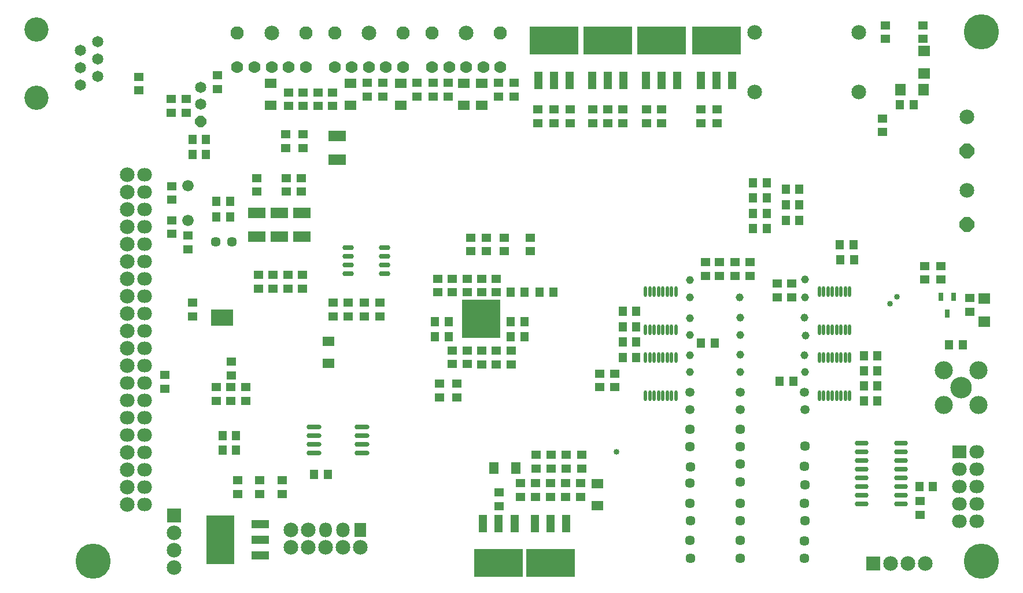
<source format=gbs>
G04*
G04 #@! TF.GenerationSoftware,Altium Limited,Altium Designer,21.0.9 (235)*
G04*
G04 Layer_Color=16711935*
%FSLAX44Y44*%
%MOMM*%
G71*
G04*
G04 #@! TF.SameCoordinates,C1ABCA66-1B08-466E-831C-B71B208AD3D8*
G04*
G04*
G04 #@! TF.FilePolarity,Negative*
G04*
G01*
G75*
%ADD24R,2.5500X1.5500*%
%ADD25R,1.4000X1.1500*%
%ADD30R,1.1500X1.4000*%
%ADD31O,2.0000X0.7500*%
%ADD34R,2.1500X2.1500*%
%ADD52R,0.7500X1.1500*%
%ADD54R,1.7500X1.3500*%
%ADD58C,1.6500*%
%ADD59C,2.1500*%
%ADD60P,2.3272X8X112.5*%
%ADD61R,1.7500X2.1500*%
%ADD62O,1.9500X2.1500*%
%ADD63O,1.8500X2.1500*%
%ADD64C,0.8500*%
%ADD65R,2.1500X2.1500*%
%ADD66C,3.1500*%
%ADD67C,2.6500*%
%ADD68O,2.1500X1.9500*%
%ADD69P,1.7860X8X112.5*%
%ADD70R,2.1500X1.9500*%
%ADD71C,1.6740*%
%ADD72C,5.1500*%
%ADD73C,1.4500*%
%ADD74C,1.7740*%
%ADD75C,1.9500*%
%ADD76C,3.5500*%
%ADD77C,1.3500*%
%ADD78C,1.1500*%
%ADD79C,0.6500*%
%ADD80C,4.1500*%
%ADD158R,3.2750X2.3750*%
%ADD159R,1.1500X2.5500*%
%ADD160R,7.1500X4.1500*%
G04:AMPARAMS|DCode=161|XSize=1.7mm|YSize=0.75mm|CornerRadius=0.375mm|HoleSize=0mm|Usage=FLASHONLY|Rotation=0.000|XOffset=0mm|YOffset=0mm|HoleType=Round|Shape=RoundedRectangle|*
%AMROUNDEDRECTD161*
21,1,1.7000,0.0000,0,0,0.0*
21,1,0.9500,0.7500,0,0,0.0*
1,1,0.7500,0.4750,0.0000*
1,1,0.7500,-0.4750,0.0000*
1,1,0.7500,-0.4750,0.0000*
1,1,0.7500,0.4750,0.0000*
%
%ADD161ROUNDEDRECTD161*%
%ADD162O,2.1500X0.7500*%
%ADD163O,0.5000X1.5500*%
%ADD164R,1.7000X1.5000*%
%ADD165R,1.5000X1.7000*%
%ADD166R,1.3500X1.7500*%
%ADD167R,4.1500X7.1500*%
%ADD168R,2.5500X1.1500*%
%ADD169R,5.6500X5.6500*%
D24*
X466750Y-182500D02*
D03*
Y-217500D02*
D03*
X349000Y-295000D02*
D03*
Y-330000D02*
D03*
X382000D02*
D03*
Y-295000D02*
D03*
X415250Y-330000D02*
D03*
Y-295000D02*
D03*
D25*
X248250Y-328500D02*
D03*
Y-348500D02*
D03*
X417417Y-180000D02*
D03*
Y-200000D02*
D03*
X642750Y-565000D02*
D03*
Y-545000D02*
D03*
X711750Y-331250D02*
D03*
Y-351250D02*
D03*
X290250Y-550000D02*
D03*
Y-570000D02*
D03*
X333000D02*
D03*
Y-550000D02*
D03*
X749500Y-351250D02*
D03*
Y-331250D02*
D03*
X617000Y-545000D02*
D03*
Y-565000D02*
D03*
X312000Y-532750D02*
D03*
Y-512750D02*
D03*
X311625Y-570000D02*
D03*
Y-550000D02*
D03*
X873500Y-530250D02*
D03*
Y-550250D02*
D03*
X851500Y-530250D02*
D03*
Y-550250D02*
D03*
X255500Y-426750D02*
D03*
Y-446750D02*
D03*
X215000Y-552500D02*
D03*
Y-532500D02*
D03*
X224500Y-148500D02*
D03*
Y-128500D02*
D03*
X246000Y-148500D02*
D03*
Y-128500D02*
D03*
X1393500Y-440000D02*
D03*
Y-420000D02*
D03*
X1327500Y-372750D02*
D03*
Y-392750D02*
D03*
X176480Y-116000D02*
D03*
Y-96000D02*
D03*
X1320250Y-716750D02*
D03*
Y-736750D02*
D03*
X1351000Y-372750D02*
D03*
Y-392750D02*
D03*
X841000Y-163750D02*
D03*
Y-143750D02*
D03*
X863250Y-163750D02*
D03*
Y-143750D02*
D03*
X1006000Y-387250D02*
D03*
Y-367250D02*
D03*
X1027000Y-387250D02*
D03*
Y-367250D02*
D03*
X1050000Y-387250D02*
D03*
Y-367250D02*
D03*
X1111000Y-398750D02*
D03*
Y-418750D02*
D03*
X1071250Y-367250D02*
D03*
Y-387250D02*
D03*
X1132750Y-398750D02*
D03*
Y-418750D02*
D03*
X1265750Y-177000D02*
D03*
Y-157000D02*
D03*
X1270000Y-20500D02*
D03*
Y-40500D02*
D03*
X1325000Y-20500D02*
D03*
Y-40500D02*
D03*
X635687Y-496250D02*
D03*
Y-516250D02*
D03*
X292000Y-93750D02*
D03*
Y-113750D02*
D03*
X1000000Y-163750D02*
D03*
Y-143750D02*
D03*
X1023000D02*
D03*
Y-163750D02*
D03*
X779375Y-710500D02*
D03*
Y-690500D02*
D03*
X780250Y-669250D02*
D03*
Y-649250D02*
D03*
X758250D02*
D03*
Y-669250D02*
D03*
X802250Y-649250D02*
D03*
Y-669250D02*
D03*
X825250D02*
D03*
Y-649250D02*
D03*
X801438Y-690500D02*
D03*
Y-710500D02*
D03*
X823500Y-690500D02*
D03*
Y-710500D02*
D03*
X735500Y-690500D02*
D03*
Y-710500D02*
D03*
X757312Y-690500D02*
D03*
Y-710500D02*
D03*
X703750Y-724000D02*
D03*
Y-704000D02*
D03*
X920111Y-143750D02*
D03*
Y-163750D02*
D03*
X942361D02*
D03*
Y-143750D02*
D03*
X685750Y-351250D02*
D03*
Y-331250D02*
D03*
X657500Y-391500D02*
D03*
Y-411500D02*
D03*
X386250Y-706250D02*
D03*
Y-686250D02*
D03*
X678562Y-516750D02*
D03*
Y-496750D02*
D03*
X321500Y-706250D02*
D03*
Y-686250D02*
D03*
X529750Y-426750D02*
D03*
Y-446750D02*
D03*
X506750Y-426750D02*
D03*
Y-446750D02*
D03*
X351750Y-405750D02*
D03*
Y-385750D02*
D03*
X394917Y-405750D02*
D03*
Y-385750D02*
D03*
X416500Y-405750D02*
D03*
Y-385750D02*
D03*
X349000Y-264250D02*
D03*
Y-244250D02*
D03*
X396000Y-118750D02*
D03*
Y-138750D02*
D03*
X417417Y-118750D02*
D03*
Y-138750D02*
D03*
X438833Y-118750D02*
D03*
Y-138750D02*
D03*
X460250Y-118750D02*
D03*
Y-138750D02*
D03*
X511250Y-124750D02*
D03*
Y-104750D02*
D03*
X533750Y-124750D02*
D03*
Y-104750D02*
D03*
X607500Y-104750D02*
D03*
Y-124750D02*
D03*
X629500D02*
D03*
Y-104750D02*
D03*
X703000D02*
D03*
Y-124750D02*
D03*
X726000D02*
D03*
Y-104750D02*
D03*
X784500Y-143750D02*
D03*
Y-163750D02*
D03*
X760625Y-143750D02*
D03*
Y-163750D02*
D03*
X635687Y-391500D02*
D03*
Y-411500D02*
D03*
X678562Y-391500D02*
D03*
Y-411500D02*
D03*
X700000Y-391500D02*
D03*
Y-411500D02*
D03*
X808375Y-143750D02*
D03*
Y-163750D02*
D03*
X614250Y-391500D02*
D03*
Y-411500D02*
D03*
X885750Y-143750D02*
D03*
Y-163750D02*
D03*
X657500Y-516250D02*
D03*
Y-496250D02*
D03*
X721750Y-516750D02*
D03*
Y-496750D02*
D03*
X700000Y-516750D02*
D03*
Y-496750D02*
D03*
X353500Y-706250D02*
D03*
Y-686250D02*
D03*
X662500Y-351250D02*
D03*
Y-331250D02*
D03*
X461250Y-426750D02*
D03*
Y-446750D02*
D03*
X373333Y-405750D02*
D03*
Y-385750D02*
D03*
X483250Y-426750D02*
D03*
Y-446750D02*
D03*
X584000Y-124750D02*
D03*
Y-104750D02*
D03*
X392250Y-244250D02*
D03*
Y-264250D02*
D03*
X414500Y-244250D02*
D03*
Y-264250D02*
D03*
X391500Y-200000D02*
D03*
Y-180000D02*
D03*
X224750Y-256000D02*
D03*
Y-276000D02*
D03*
X224750Y-306000D02*
D03*
Y-326000D02*
D03*
D30*
X275250Y-210000D02*
D03*
X255250D02*
D03*
X275250Y-187500D02*
D03*
X255250D02*
D03*
X319250Y-642500D02*
D03*
X299250D02*
D03*
X783500Y-410750D02*
D03*
X763500D02*
D03*
X1203750Y-363500D02*
D03*
X1223750D02*
D03*
X1203250Y-341500D02*
D03*
X1223250D02*
D03*
X319250Y-621250D02*
D03*
X299250D02*
D03*
X1363250Y-488500D02*
D03*
X1383250D02*
D03*
X1319500Y-695250D02*
D03*
X1339500D02*
D03*
X885000Y-506750D02*
D03*
X905000D02*
D03*
X885000Y-484167D02*
D03*
X905000D02*
D03*
Y-461583D02*
D03*
X885000D02*
D03*
Y-439000D02*
D03*
X905000D02*
D03*
X1114750Y-541500D02*
D03*
X1134750D02*
D03*
X1019750Y-486000D02*
D03*
X999750D02*
D03*
X1258250Y-526417D02*
D03*
X1238250D02*
D03*
Y-570250D02*
D03*
X1258250D02*
D03*
X1238250Y-504500D02*
D03*
X1258250D02*
D03*
X1238250Y-548333D02*
D03*
X1258250D02*
D03*
X1291250Y-137000D02*
D03*
X1311250D02*
D03*
X1123750Y-306329D02*
D03*
X1143750D02*
D03*
X1123750Y-260162D02*
D03*
X1143750D02*
D03*
X1123750Y-283412D02*
D03*
X1143750D02*
D03*
X310500Y-278250D02*
D03*
X290500D02*
D03*
X433250Y-677500D02*
D03*
X453250D02*
D03*
X1096000Y-295778D02*
D03*
X1076000D02*
D03*
Y-273305D02*
D03*
X1096000D02*
D03*
X1076000Y-318250D02*
D03*
X1096000D02*
D03*
X1076000Y-250833D02*
D03*
X1096000D02*
D03*
X741500Y-454250D02*
D03*
X721500D02*
D03*
X610500D02*
D03*
X630500D02*
D03*
X741500Y-410750D02*
D03*
X721500D02*
D03*
X610500Y-476250D02*
D03*
X630500D02*
D03*
X741250D02*
D03*
X721250D02*
D03*
X290500Y-301250D02*
D03*
X310500D02*
D03*
D31*
X1293000Y-632520D02*
D03*
Y-645220D02*
D03*
Y-657920D02*
D03*
Y-670620D02*
D03*
Y-683320D02*
D03*
Y-696020D02*
D03*
Y-708720D02*
D03*
Y-721420D02*
D03*
X1235000Y-632520D02*
D03*
Y-645220D02*
D03*
Y-657920D02*
D03*
Y-670620D02*
D03*
Y-683320D02*
D03*
Y-696020D02*
D03*
Y-708720D02*
D03*
Y-721420D02*
D03*
D34*
X228000Y-737900D02*
D03*
D52*
X1350990Y-418250D02*
D03*
X1369990D02*
D03*
X1360490Y-442250D02*
D03*
D54*
X454250Y-515250D02*
D03*
Y-483250D02*
D03*
X847750Y-723250D02*
D03*
Y-691250D02*
D03*
X369750Y-137750D02*
D03*
Y-105750D02*
D03*
X486500Y-105750D02*
D03*
Y-137750D02*
D03*
X560000Y-105750D02*
D03*
Y-137750D02*
D03*
X652750Y-137750D02*
D03*
Y-105750D02*
D03*
X678500Y-137750D02*
D03*
Y-105750D02*
D03*
D58*
X116400Y-44650D02*
D03*
X91000Y-57350D02*
D03*
X116400Y-70050D02*
D03*
X91000Y-82750D02*
D03*
X116400Y-95450D02*
D03*
X91000Y-108150D02*
D03*
X267370Y-136220D02*
D03*
Y-111220D02*
D03*
D59*
X1230500Y-118250D02*
D03*
Y-31250D02*
D03*
X1078000D02*
D03*
Y-118250D02*
D03*
X1389250Y-262250D02*
D03*
X399450Y-784700D02*
D03*
X450250D02*
D03*
X424850D02*
D03*
X399450Y-759300D02*
D03*
X424850D02*
D03*
X501050Y-784700D02*
D03*
X475650D02*
D03*
X1302380Y-808000D02*
D03*
X1276980D02*
D03*
X1327780D02*
D03*
X160000Y-239200D02*
D03*
Y-264600D02*
D03*
Y-290000D02*
D03*
Y-315500D02*
D03*
Y-340900D02*
D03*
Y-366300D02*
D03*
Y-391700D02*
D03*
Y-417200D02*
D03*
Y-442600D02*
D03*
Y-468000D02*
D03*
Y-493441D02*
D03*
Y-518600D02*
D03*
Y-645600D02*
D03*
Y-671000D02*
D03*
Y-696400D02*
D03*
Y-721800D02*
D03*
X1388750Y-154250D02*
D03*
X228000Y-814100D02*
D03*
Y-763300D02*
D03*
Y-788700D02*
D03*
X656000Y-32000D02*
D03*
X371000D02*
D03*
X513500D02*
D03*
D60*
X1389250Y-312250D02*
D03*
X1388750Y-204250D02*
D03*
D61*
X501050Y-759300D02*
D03*
D62*
X475650D02*
D03*
D63*
X450250D02*
D03*
D64*
X1276500Y-428000D02*
D03*
X1286500Y-418000D02*
D03*
X876250Y-645000D02*
D03*
D65*
X1251580Y-808000D02*
D03*
D66*
X1380250Y-551250D02*
D03*
D67*
X1405650Y-525850D02*
D03*
Y-576650D02*
D03*
X1354850D02*
D03*
Y-525850D02*
D03*
D68*
X185400Y-239200D02*
D03*
Y-264600D02*
D03*
Y-290100D02*
D03*
Y-315400D02*
D03*
Y-340900D02*
D03*
Y-366200D02*
D03*
Y-391600D02*
D03*
Y-417000D02*
D03*
Y-442400D02*
D03*
Y-468000D02*
D03*
X160000Y-544000D02*
D03*
Y-569400D02*
D03*
Y-594800D02*
D03*
Y-620200D02*
D03*
X185400Y-493200D02*
D03*
Y-518600D02*
D03*
Y-544000D02*
D03*
Y-569400D02*
D03*
Y-594800D02*
D03*
Y-620200D02*
D03*
Y-645600D02*
D03*
Y-671000D02*
D03*
Y-696400D02*
D03*
Y-721800D02*
D03*
X1377800Y-695750D02*
D03*
X1403200Y-670350D02*
D03*
X1377800D02*
D03*
X1403200Y-644950D02*
D03*
X1377800Y-721150D02*
D03*
Y-746550D02*
D03*
X1403200Y-721150D02*
D03*
Y-695750D02*
D03*
Y-746550D02*
D03*
D69*
X267370Y-161220D02*
D03*
D70*
X1377800Y-644950D02*
D03*
D71*
X248250Y-306250D02*
D03*
X248250Y-255751D02*
D03*
D72*
X1410000Y-30000D02*
D03*
Y-805000D02*
D03*
X110000D02*
D03*
D73*
X313000Y-337250D02*
D03*
X289250D02*
D03*
X1151429Y-666171D02*
D03*
Y-720546D02*
D03*
Y-774921D02*
D03*
X1057000Y-800250D02*
D03*
Y-774750D02*
D03*
Y-745875D02*
D03*
Y-720375D02*
D03*
Y-688500D02*
D03*
Y-663000D02*
D03*
Y-637125D02*
D03*
Y-611625D02*
D03*
X983250D02*
D03*
X984250Y-667000D02*
D03*
X983375Y-720500D02*
D03*
X983250Y-774750D02*
D03*
X1151500Y-800250D02*
D03*
X1151750Y-745750D02*
D03*
X1152250Y-692750D02*
D03*
X1152000Y-636750D02*
D03*
X984000Y-800250D02*
D03*
Y-745750D02*
D03*
X983750Y-690500D02*
D03*
X983750Y-637000D02*
D03*
D74*
X631000Y-82000D02*
D03*
X606000D02*
D03*
X681000D02*
D03*
X706000D02*
D03*
X656000D02*
D03*
X346000D02*
D03*
X321000D02*
D03*
X396000D02*
D03*
X421000D02*
D03*
X371000D02*
D03*
X488500D02*
D03*
X463500D02*
D03*
X538500D02*
D03*
X563500D02*
D03*
X513500D02*
D03*
D75*
X606000Y-32000D02*
D03*
X706000D02*
D03*
X321000D02*
D03*
X421000D02*
D03*
X463500D02*
D03*
X563500D02*
D03*
D76*
X26900Y-126450D02*
D03*
Y-26450D02*
D03*
D77*
X983250Y-582750D02*
D03*
X1057000D02*
D03*
X1151429Y-557421D02*
D03*
X1057000Y-557250D02*
D03*
X983250D02*
D03*
X1152250Y-583000D02*
D03*
D78*
X1151750Y-392250D02*
D03*
X983958Y-503583D02*
D03*
X983250Y-474000D02*
D03*
X983750Y-449000D02*
D03*
X983250Y-419000D02*
D03*
Y-393500D02*
D03*
X1151429Y-448671D02*
D03*
Y-503046D02*
D03*
X1057000Y-528375D02*
D03*
Y-502875D02*
D03*
Y-474000D02*
D03*
Y-448500D02*
D03*
X1056750Y-419171D02*
D03*
X983250Y-528375D02*
D03*
X1152250Y-418500D02*
D03*
X1153250Y-474250D02*
D03*
X1152000Y-527750D02*
D03*
D79*
X699750Y-471821D02*
D03*
X688750D02*
D03*
X677750D02*
D03*
X666750D02*
D03*
X655750D02*
D03*
X699750Y-460821D02*
D03*
X655750D02*
D03*
X699750Y-449821D02*
D03*
X655750D02*
D03*
X699750Y-438821D02*
D03*
X655750D02*
D03*
X699750Y-427821D02*
D03*
X688750D02*
D03*
X677750D02*
D03*
X666750D02*
D03*
X655750D02*
D03*
D80*
X677750Y-449821D02*
D03*
D158*
X298875Y-448375D02*
D03*
D159*
X965111Y-101000D02*
D03*
X942111D02*
D03*
X919111D02*
D03*
X840083D02*
D03*
X863083D02*
D03*
X886083D02*
D03*
X999250D02*
D03*
X1022250D02*
D03*
X1045250D02*
D03*
X802750Y-749750D02*
D03*
X779750D02*
D03*
X756750D02*
D03*
X726667D02*
D03*
X703667D02*
D03*
X680667D02*
D03*
X807500Y-101000D02*
D03*
X784500D02*
D03*
X761500D02*
D03*
D160*
X942111Y-43000D02*
D03*
X863083D02*
D03*
X1022250D02*
D03*
X779750Y-807749D02*
D03*
X703667D02*
D03*
X784500Y-43000D02*
D03*
D161*
X482850Y-384400D02*
D03*
Y-371700D02*
D03*
Y-359000D02*
D03*
Y-346300D02*
D03*
X536850D02*
D03*
Y-359000D02*
D03*
Y-371700D02*
D03*
Y-384400D02*
D03*
D162*
X503250Y-608200D02*
D03*
Y-620900D02*
D03*
Y-633600D02*
D03*
Y-646300D02*
D03*
X433250Y-608200D02*
D03*
Y-620900D02*
D03*
Y-633600D02*
D03*
Y-646300D02*
D03*
D163*
X918775Y-410250D02*
D03*
X925125D02*
D03*
X931475D02*
D03*
X937825D02*
D03*
X944175D02*
D03*
X950525D02*
D03*
X956875D02*
D03*
X963225D02*
D03*
X918775Y-466250D02*
D03*
X925125D02*
D03*
X931475D02*
D03*
X937825D02*
D03*
X944175D02*
D03*
X950525D02*
D03*
X956875D02*
D03*
X963225D02*
D03*
X1217475Y-562750D02*
D03*
X1211125D02*
D03*
X1204775D02*
D03*
X1198425D02*
D03*
X1192075D02*
D03*
X1185725D02*
D03*
X1179375D02*
D03*
X1173025D02*
D03*
X1217475Y-506750D02*
D03*
X1211125D02*
D03*
X1204775D02*
D03*
X1198425D02*
D03*
X1192075D02*
D03*
X1185725D02*
D03*
X1179375D02*
D03*
X1173025D02*
D03*
X1217475Y-466250D02*
D03*
X1211125D02*
D03*
X1204775D02*
D03*
X1198425D02*
D03*
X1192075D02*
D03*
X1185725D02*
D03*
X1179375D02*
D03*
X1173025D02*
D03*
X1217475Y-410250D02*
D03*
X1211125D02*
D03*
X1204775D02*
D03*
X1198425D02*
D03*
X1192075D02*
D03*
X1185725D02*
D03*
X1179375D02*
D03*
X1173025D02*
D03*
X963225Y-562750D02*
D03*
X956875D02*
D03*
X950525D02*
D03*
X944175D02*
D03*
X937825D02*
D03*
X931475D02*
D03*
X925125D02*
D03*
X918775D02*
D03*
X963225Y-506750D02*
D03*
X956875D02*
D03*
X950525D02*
D03*
X944175D02*
D03*
X937825D02*
D03*
X931475D02*
D03*
X925125D02*
D03*
X918775D02*
D03*
D164*
X1414750Y-454250D02*
D03*
Y-420750D02*
D03*
X1326500Y-58000D02*
D03*
Y-91500D02*
D03*
D165*
X1292000Y-114500D02*
D03*
X1325500D02*
D03*
D166*
X696500Y-668250D02*
D03*
X728500D02*
D03*
D167*
X296250Y-773500D02*
D03*
D168*
X354250Y-796500D02*
D03*
Y-773500D02*
D03*
Y-750500D02*
D03*
D169*
X677750Y-449821D02*
D03*
M02*

</source>
